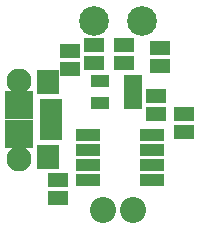
<source format=gbs>
G04 (created by PCBNEW (2013-07-07 BZR 4022)-stable) date 11/7/2013 9:25:50 PM*
%MOIN*%
G04 Gerber Fmt 3.4, Leading zero omitted, Abs format*
%FSLAX34Y34*%
G01*
G70*
G90*
G04 APERTURE LIST*
%ADD10C,0.00590551*%
%ADD11R,0.0731X0.0357*%
%ADD12R,0.0751X0.083*%
%ADD13R,0.0948X0.0948*%
%ADD14C,0.083*%
%ADD15R,0.065X0.045*%
%ADD16R,0.0810236X0.043622*%
%ADD17C,0.0869*%
%ADD18R,0.0633X0.0436*%
%ADD19C,0.0987402*%
G04 APERTURE END LIST*
G54D10*
G54D11*
X58250Y-38512D03*
X58250Y-38256D03*
X58250Y-38000D03*
X58250Y-37744D03*
X58250Y-37488D03*
G54D12*
X58171Y-39260D03*
X58171Y-36740D03*
G54D13*
X57197Y-37528D03*
X57197Y-38472D03*
G54D14*
X57197Y-36701D03*
X57197Y-39299D03*
G54D15*
X58900Y-36300D03*
X58900Y-35700D03*
X59700Y-35500D03*
X59700Y-36100D03*
X60700Y-36100D03*
X60700Y-35500D03*
X61900Y-35600D03*
X61900Y-36200D03*
X61750Y-37200D03*
X61750Y-37800D03*
X62700Y-38400D03*
X62700Y-37800D03*
X58500Y-40600D03*
X58500Y-40000D03*
G54D16*
X59500Y-40000D03*
X59500Y-39500D03*
X59500Y-39000D03*
X59500Y-38500D03*
X61625Y-38500D03*
X61625Y-39000D03*
X61625Y-39500D03*
X61625Y-40000D03*
G54D17*
X60000Y-41000D03*
X61000Y-41000D03*
G54D18*
X61000Y-36700D03*
X61000Y-37074D03*
X61000Y-37448D03*
X59898Y-37448D03*
X59898Y-36700D03*
G54D19*
X59700Y-34700D03*
X61300Y-34700D03*
M02*

</source>
